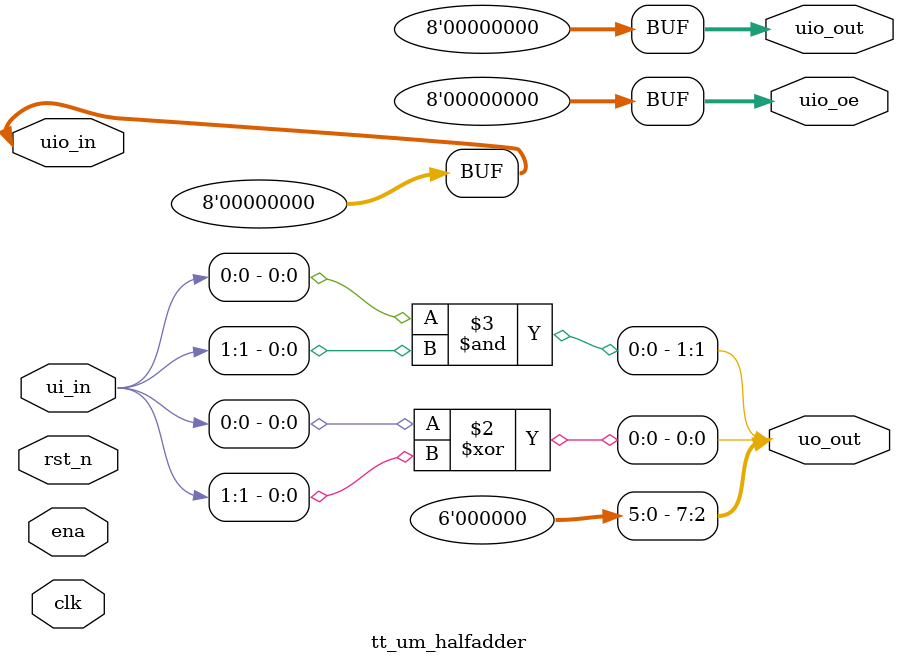
<source format=v>
/*
 * Copyright (c) 2024 Your Name
 * SPDX-License-Identifier: Apache-2.0
 */

`define default_netname none

module tt_um_halfadder (
    input  wire [7:0] ui_in,    // Dedicated inputs
    output wire [7:0] uo_out,   // Dedicated outputs
    input  wire [7:0] uio_in,   // IOs: Input path
    output wire [7:0] uio_out,  // IOs: Output path
    output wire [7:0] uio_oe,   // IOs: Enable path (active high: 0=input, 1=output)
    input  wire       ena,      // will go high when the design is enabled
    input  wire       clk,      // clock
    input  wire       rst_n     // reset_n - low to reset
);

  // All output pins must be assigned. If not used, assign to 0.
  //assign uo_out  = ui_in + uio_in;  // Example: ou_out is the sum of ui_in and uio_in
    assign uio_in[7:2] = 6'b000000;
    assign uo_out[7:2] = 6'b000000;
    assign uio_in = 0;
        assign uio_out = 0;   
  assign uio_oe  = 0;
    assign uo_out[0]=ui_in[0] ^|ui_in[1]; //assigning sum
    assign uo_out[1]=ui_in[0] & ui_in[1]; //assigning carry
endmodule

</source>
